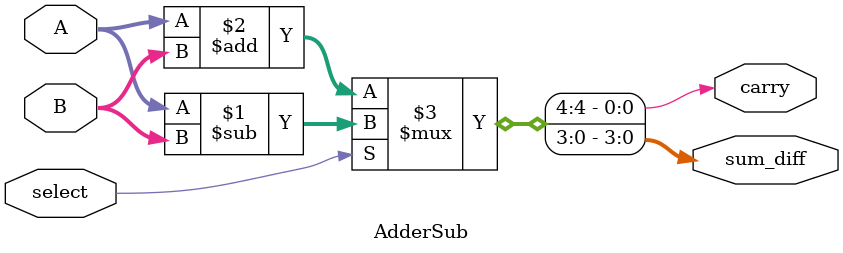
<source format=v>
module AdderSub(
  output[3:0]     sum_diff,
  output          carry,
  input[3:0]      A,
  input [3:0]     B,
  input select
  );

  assign {carry, sum_diff} = select ? A - B : A + B;
endmodule

</source>
